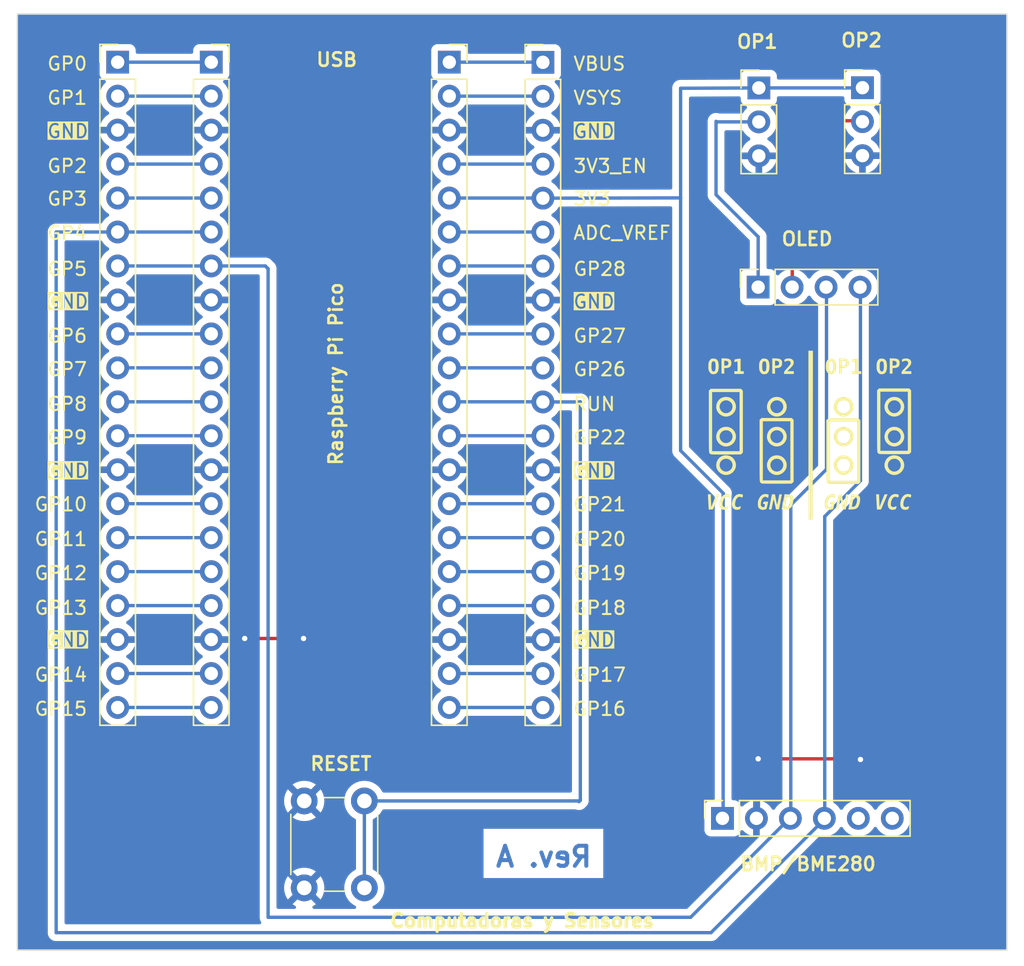
<source format=kicad_pcb>
(kicad_pcb (version 20221018) (generator pcbnew)
  (title_block (title "Pico Carrier BMP/BME280 OLED") (date "2023-06-06") (rev "A") (company "Computadoras y Sensores"))
  (layers (0 "F.Cu" signal) (31 "B.Cu" signal) (34 "B.Paste" user) (35 "F.Paste" user) (36 "B.SilkS" user "B.Silkscreen") (37 "F.SilkS" user "F.Silkscreen") (38 "B.Mask" user) (39 "F.Mask" user) (44 "Edge.Cuts" user))
  (net 0 "")
  (net 1 "Net-(J1-Pin_1)")
  (net 2 "Net-(J1-Pin_2)")
  (net 3 "GND")
  (net 4 "Net-(J1-Pin_4)")
  (net 5 "Net-(J1-Pin_5)")
  (net 6 "/SDA")
  (net 7 "/SCL")
  (net 8 "Net-(J1-Pin_9)")
  (net 9 "Net-(J1-Pin_10)")
  (net 10 "Net-(J1-Pin_11)")
  (net 11 "Net-(J1-Pin_12)")
  (net 12 "Net-(J1-Pin_14)")
  (net 13 "Net-(J1-Pin_15)")
  (net 14 "Net-(J1-Pin_16)")
  (net 15 "Net-(J1-Pin_17)")
  (net 16 "Net-(J1-Pin_19)")
  (net 17 "Net-(J1-Pin_20)")
  (net 18 "Net-(J2-Pin_1)")
  (net 19 "Net-(J2-Pin_2)")
  (net 20 "Net-(J2-Pin_4)")
  (net 21 "/3V3")
  (net 22 "Net-(J2-Pin_6)")
  (net 23 "Net-(J2-Pin_7)")
  (net 24 "Net-(J2-Pin_9)")
  (net 25 "Net-(J2-Pin_10)")
  (net 26 "/RUN")
  (net 27 "Net-(J2-Pin_12)")
  (net 28 "Net-(J2-Pin_14)")
  (net 29 "Net-(J2-Pin_15)")
  (net 30 "Net-(J2-Pin_16)")
  (net 31 "Net-(J2-Pin_17)")
  (net 32 "Net-(J2-Pin_19)")
  (net 33 "Net-(J2-Pin_20)")
  (net 34 "Net-(J3-Pin_1)")
  (net 35 "Net-(J3-Pin_2)")
  (footprint "Graficos:jumpers_oled" (layer "F.Cu") (at 167.5 74.9)
    (fp_text reference "G***" hide)
    (fp_text value "LOGO" hide)
  )
  (footprint "Connector_PinSocket_2.54mm:PinSocket_1x20_P2.54mm_Vertical" (layer "F.Cu") (at 122.4 46.2)
    (fp_text reference "J1" hide)
    (fp_text value "Pico1-2")
    (pad "1" thru_hole rect (at 0 0) (size 1.7 1.7) (drill 1) (layers "*.Cu" "*.Mask") (net 1 "Net-(J1-Pin_1)"))
    (pad "2" thru_hole oval (at 0 2.54) (size 1.7 1.7) (drill 1) (layers "*.Cu" "*.Mask") (net 2 "Net-(J1-Pin_2)"))
    (pad "3" thru_hole oval (at 0 5.08) (size 1.7 1.7) (drill 1) (layers "*.Cu" "*.Mask") (net 3 "GND"))
    (pad "4" thru_hole oval (at 0 7.62) (size 1.7 1.7) (drill 1) (layers "*.Cu" "*.Mask") (net 4 "Net-(J1-Pin_4)"))
    (pad "5" thru_hole oval (at 0 10.16) (size 1.7 1.7) (drill 1) (layers "*.Cu" "*.Mask") (net 5 "Net-(J1-Pin_5)"))
    (pad "6" thru_hole oval (at 0 12.7) (size 1.7 1.7) (drill 1) (layers "*.Cu" "*.Mask") (net 6 "/SDA"))
    (pad "7" thru_hole oval (at 0 15.24) (size 1.7 1.7) (drill 1) (layers "*.Cu" "*.Mask") (net 7 "/SCL"))
    (pad "8" thru_hole oval (at 0 17.78) (size 1.7 1.7) (drill 1) (layers "*.Cu" "*.Mask") (net 3 "GND"))
    (pad "9" thru_hole oval (at 0 20.32) (size 1.7 1.7) (drill 1) (layers "*.Cu" "*.Mask") (net 8 "Net-(J1-Pin_9)"))
    (pad "10" thru_hole oval (at 0 22.86) (size 1.7 1.7) (drill 1) (layers "*.Cu" "*.Mask") (net 9 "Net-(J1-Pin_10)"))
    (pad "11" thru_hole oval (at 0 25.4) (size 1.7 1.7) (drill 1) (layers "*.Cu" "*.Mask") (net 10 "Net-(J1-Pin_11)"))
    (pad "12" thru_hole oval (at 0 27.94) (size 1.7 1.7) (drill 1) (layers "*.Cu" "*.Mask") (net 11 "Net-(J1-Pin_12)"))
    (pad "13" thru_hole oval (at 0 30.48) (size 1.7 1.7) (drill 1) (layers "*.Cu" "*.Mask") (net 3 "GND"))
    (pad "14" thru_hole oval (at 0 33.02) (size 1.7 1.7) (drill 1) (layers "*.Cu" "*.Mask") (net 12 "Net-(J1-Pin_14)"))
    (pad "15" thru_hole oval (at 0 35.56) (size 1.7 1.7) (drill 1) (layers "*.Cu" "*.Mask") (net 13 "Net-(J1-Pin_15)"))
    (pad "16" thru_hole oval (at 0 38.1) (size 1.7 1.7) (drill 1) (layers "*.Cu" "*.Mask") (net 14 "Net-(J1-Pin_16)"))
    (pad "17" thru_hole oval (at 0 40.64) (size 1.7 1.7) (drill 1) (layers "*.Cu" "*.Mask") (net 15 "Net-(J1-Pin_17)"))
    (pad "18" thru_hole oval (at 0 43.18) (size 1.7 1.7) (drill 1) (layers "*.Cu" "*.Mask") (net 3 "GND"))
    (pad "19" thru_hole oval (at 0 45.72) (size 1.7 1.7) (drill 1) (layers "*.Cu" "*.Mask") (net 16 "Net-(J1-Pin_19)"))
    (pad "20" thru_hole oval (at 0 48.26) (size 1.7 1.7) (drill 1) (layers "*.Cu" "*.Mask") (net 17 "Net-(J1-Pin_20)"))
  )
  (footprint "Connector_PinSocket_2.54mm:PinSocket_1x06_P2.54mm_Vertical" (layer "F.Cu") (at 160.63 102.75 90)
    (fp_text reference "J6" hide)
    (fp_text value "BMP-BME280")
    (pad "1" thru_hole rect (at 0 0 90) (size 1.7 1.7) (drill 1) (layers "*.Cu" "*.Mask") (net 21 "/3V3"))
    (pad "2" thru_hole oval (at 0 2.54 90) (size 1.7 1.7) (drill 1) (layers "*.Cu" "*.Mask") (net 3 "GND"))
    (pad "3" thru_hole oval (at 0 5.08 90) (size 1.7 1.7) (drill 1) (layers "*.Cu" "*.Mask") (net 7 "/SCL"))
    (pad "4" thru_hole oval (at 0 7.62 90) (size 1.7 1.7) (drill 1) (layers "*.Cu" "*.Mask") (net 6 "/SDA"))
    (pad "5" thru_hole oval (at 0 10.16 90) (size 1.7 1.7) (drill 1) (layers "*.Cu" "*.Mask"))
    (pad "6" thru_hole oval (at 0 12.7 90) (size 1.7 1.7) (drill 1) (layers "*.Cu" "*.Mask"))
  )
  (footprint "Connector_PinHeader_2.54mm:PinHeader_1x03_P2.54mm_Vertical" (layer "F.Cu") (at 171.1 48.11)
    (fp_text reference "J5" hide)
    (fp_text value "OP2")
    (pad "1" thru_hole rect (at 0 0) (size 1.7 1.7) (drill 1) (layers "*.Cu" "*.Mask") (net 21 "/3V3"))
    (pad "2" thru_hole oval (at 0 2.54) (size 1.7 1.7) (drill 1) (layers "*.Cu" "*.Mask") (net 35 "Net-(J3-Pin_2)"))
    (pad "3" thru_hole oval (at 0 5.08) (size 1.7 1.7) (drill 1) (layers "*.Cu" "*.Mask") (net 3 "GND"))
  )
  (footprint "Connector_PinHeader_2.54mm:PinHeader_1x20_P2.54mm_Vertical" (layer "F.Cu") (at 115.4 46.2)
    (fp_text reference "J7" hide)
    (fp_text value "PicoHeader1")
    (pad "1" thru_hole rect (at 0 0) (size 1.7 1.7) (drill 1) (layers "*.Cu" "*.Mask") (net 1 "Net-(J1-Pin_1)"))
    (pad "2" thru_hole oval (at 0 2.54) (size 1.7 1.7) (drill 1) (layers "*.Cu" "*.Mask") (net 2 "Net-(J1-Pin_2)"))
    (pad "3" thru_hole oval (at 0 5.08) (size 1.7 1.7) (drill 1) (layers "*.Cu" "*.Mask") (net 3 "GND"))
    (pad "4" thru_hole oval (at 0 7.62) (size 1.7 1.7) (drill 1) (layers "*.Cu" "*.Mask") (net 4 "Net-(J1-Pin_4)"))
    (pad "5" thru_hole oval (at 0 10.16) (size 1.7 1.7) (drill 1) (layers "*.Cu" "*.Mask") (net 5 "Net-(J1-Pin_5)"))
    (pad "6" thru_hole oval (at 0 12.7) (size 1.7 1.7) (drill 1) (layers "*.Cu" "*.Mask") (net 6 "/SDA"))
    (pad "7" thru_hole oval (at 0 15.24) (size 1.7 1.7) (drill 1) (layers "*.Cu" "*.Mask") (net 7 "/SCL"))
    (pad "8" thru_hole oval (at 0 17.78) (size 1.7 1.7) (drill 1) (layers "*.Cu" "*.Mask") (net 3 "GND"))
    (pad "9" thru_hole oval (at 0 20.32) (size 1.7 1.7) (drill 1) (layers "*.Cu" "*.Mask") (net 8 "Net-(J1-Pin_9)"))
    (pad "10" thru_hole oval (at 0 22.86) (size 1.7 1.7) (drill 1) (layers "*.Cu" "*.Mask") (net 9 "Net-(J1-Pin_10)"))
    (pad "11" thru_hole oval (at 0 25.4) (size 1.7 1.7) (drill 1) (layers "*.Cu" "*.Mask") (net 10 "Net-(J1-Pin_11)"))
    (pad "12" thru_hole oval (at 0 27.94) (size 1.7 1.7) (drill 1) (layers "*.Cu" "*.Mask") (net 11 "Net-(J1-Pin_12)"))
    (pad "13" thru_hole oval (at 0 30.48) (size 1.7 1.7) (drill 1) (layers "*.Cu" "*.Mask") (net 3 "GND"))
    (pad "14" thru_hole oval (at 0 33.02) (size 1.7 1.7) (drill 1) (layers "*.Cu" "*.Mask") (net 12 "Net-(J1-Pin_14)"))
    (pad "15" thru_hole oval (at 0 35.56) (size 1.7 1.7) (drill 1) (layers "*.Cu" "*.Mask") (net 13 "Net-(J1-Pin_15)"))
    (pad "16" thru_hole oval (at 0 38.1) (size 1.7 1.7) (drill 1) (layers "*.Cu" "*.Mask") (net 14 "Net-(J1-Pin_16)"))
    (pad "17" thru_hole oval (at 0 40.64) (size 1.7 1.7) (drill 1) (layers "*.Cu" "*.Mask") (net 15 "Net-(J1-Pin_17)"))
    (pad "18" thru_hole oval (at 0 43.18) (size 1.7 1.7) (drill 1) (layers "*.Cu" "*.Mask") (net 3 "GND"))
    (pad "19" thru_hole oval (at 0 45.72) (size 1.7 1.7) (drill 1) (layers "*.Cu" "*.Mask") (net 16 "Net-(J1-Pin_19)"))
    (pad "20" thru_hole oval (at 0 48.26) (size 1.7 1.7) (drill 1) (layers "*.Cu" "*.Mask") (net 17 "Net-(J1-Pin_20)"))
  )
  (footprint "Connector_PinHeader_2.54mm:PinHeader_1x03_P2.54mm_Vertical" (layer "F.Cu") (at 163.35 48.125)
    (fp_text reference "J4" hide)
    (fp_text value "OP1")
    (pad "1" thru_hole rect (at 0 0) (size 1.7 1.7) (drill 1) (layers "*.Cu" "*.Mask") (net 21 "/3V3"))
    (pad "2" thru_hole oval (at 0 2.54) (size 1.7 1.7) (drill 1) (layers "*.Cu" "*.Mask") (net 34 "Net-(J3-Pin_1)"))
    (pad "3" thru_hole oval (at 0 5.08) (size 1.7 1.7) (drill 1) (layers "*.Cu" "*.Mask") (net 3 "GND"))
  )
  (footprint "Connector_PinHeader_2.54mm:PinHeader_1x20_P2.54mm_Vertical" (layer "F.Cu") (at 147.2 46.21)
    (fp_text reference "J8" hide)
    (fp_text value "PicoHeader2")
    (pad "1" thru_hole rect (at 0 0) (size 1.7 1.7) (drill 1) (layers "*.Cu" "*.Mask") (net 18 "Net-(J2-Pin_1)"))
    (pad "2" thru_hole oval (at 0 2.54) (size 1.7 1.7) (drill 1) (layers "*.Cu" "*.Mask") (net 19 "Net-(J2-Pin_2)"))
    (pad "3" thru_hole oval (at 0 5.08) (size 1.7 1.7) (drill 1) (layers "*.Cu" "*.Mask") (net 3 "GND"))
    (pad "4" thru_hole oval (at 0 7.62) (size 1.7 1.7) (drill 1) (layers "*.Cu" "*.Mask") (net 20 "Net-(J2-Pin_4)"))
    (pad "5" thru_hole oval (at 0 10.16) (size 1.7 1.7) (drill 1) (layers "*.Cu" "*.Mask") (net 21 "/3V3"))
    (pad "6" thru_hole oval (at 0 12.7) (size 1.7 1.7) (drill 1) (layers "*.Cu" "*.Mask") (net 22 "Net-(J2-Pin_6)"))
    (pad "7" thru_hole oval (at 0 15.24) (size 1.7 1.7) (drill 1) (layers "*.Cu" "*.Mask") (net 23 "Net-(J2-Pin_7)"))
    (pad "8" thru_hole oval (at 0 17.78) (size 1.7 1.7) (drill 1) (layers "*.Cu" "*.Mask") (net 3 "GND"))
    (pad "9" thru_hole oval (at 0 20.32) (size 1.7 1.7) (drill 1) (layers "*.Cu" "*.Mask") (net 24 "Net-(J2-Pin_9)"))
    (pad "10" thru_hole oval (at 0 22.86) (size 1.7 1.7) (drill 1) (layers "*.Cu" "*.Mask") (net 25 "Net-(J2-Pin_10)"))
    (pad "11" thru_hole oval (at 0 25.4) (size 1.7 1.7) (drill 1) (layers "*.Cu" "*.Mask") (net 26 "/RUN"))
    (pad "12" thru_hole oval (at 0 27.94) (size 1.7 1.7) (drill 1) (layers "*.Cu" "*.Mask") (net 27 "Net-(J2-Pin_12)"))
    (pad "13" thru_hole oval (at 0 30.48) (size 1.7 1.7) (drill 1) (layers "*.Cu" "*.Mask") (net 3 "GND"))
    (pad "14" thru_hole oval (at 0 33.02) (size 1.7 1.7) (drill 1) (layers "*.Cu" "*.Mask") (net 28 "Net-(J2-Pin_14)"))
    (pad "15" thru_hole oval (at 0 35.56) (size 1.7 1.7) (drill 1) (layers "*.Cu" "*.Mask") (net 29 "Net-(J2-Pin_15)"))
    (pad "16" thru_hole oval (at 0 38.1) (size 1.7 1.7) (drill 1) (layers "*.Cu" "*.Mask") (net 30 "Net-(J2-Pin_16)"))
    (pad "17" thru_hole oval (at 0 40.64) (size 1.7 1.7) (drill 1) (layers "*.Cu" "*.Mask") (net 31 "Net-(J2-Pin_17)"))
    (pad "18" thru_hole oval (at 0 43.18) (size 1.7 1.7) (drill 1) (layers "*.Cu" "*.Mask") (net 3 "GND"))
    (pad "19" thru_hole oval (at 0 45.72) (size 1.7 1.7) (drill 1) (layers "*.Cu" "*.Mask") (net 32 "Net-(J2-Pin_19)"))
    (pad "20" thru_hole oval (at 0 48.26) (size 1.7 1.7) (drill 1) (layers "*.Cu" "*.Mask") (net 33 "Net-(J2-Pin_20)"))
  )
  (footprint "Button_Switch_THT:SW_PUSH_6mm" (layer "F.Cu") (at 133.85 101.45 -90)
    (fp_text reference "SW1" hide)
    (fp_text value "RESET")
    (pad "1" thru_hole circle (at 0 0) (size 2 2) (drill 1.1) (layers "*.Cu" "*.Mask") (net 26 "/RUN"))
    (pad "1" thru_hole circle (at 6.5 0) (size 2 2) (drill 1.1) (layers "*.Cu" "*.Mask") (net 26 "/RUN"))
    (pad "2" thru_hole circle (at 0 4.5) (size 2 2) (drill 1.1) (layers "*.Cu" "*.Mask") (net 3 "GND"))
    (pad "2" thru_hole circle (at 6.5 4.5) (size 2 2) (drill 1.1) (layers "*.Cu" "*.Mask") (net 3 "GND"))
  )
  (footprint "Connector_PinSocket_2.54mm:PinSocket_1x20_P2.54mm_Vertical" (layer "F.Cu") (at 140.2 46.2)
    (fp_text reference "J2" hide)
    (fp_text value "Pico2-2")
    (pad "1" thru_hole rect (at 0 0) (size 1.7 1.7) (drill 1) (layers "*.Cu" "*.Mask") (net 18 "Net-(J2-Pin_1)"))
    (pad "2" thru_hole oval (at 0 2.54) (size 1.7 1.7) (drill 1) (layers "*.Cu" "*.Mask") (net 19 "Net-(J2-Pin_2)"))
    (pad "3" thru_hole oval (at 0 5.08) (size 1.7 1.7) (drill 1) (layers "*.Cu" "*.Mask") (net 3 "GND"))
    (pad "4" thru_hole oval (at 0 7.62) (size 1.7 1.7) (drill 1) (layers "*.Cu" "*.Mask") (net 20 "Net-(J2-Pin_4)"))
    (pad "5" thru_hole oval (at 0 10.16) (size 1.7 1.7) (drill 1) (layers "*.Cu" "*.Mask") (net 21 "/3V3"))
    (pad "6" thru_hole oval (at 0 12.7) (size 1.7 1.7) (drill 1) (layers "*.Cu" "*.Mask") (net 22 "Net-(J2-Pin_6)"))
    (pad "7" thru_hole oval (at 0 15.24) (size 1.7 1.7) (drill 1) (layers "*.Cu" "*.Mask") (net 23 "Net-(J2-Pin_7)"))
    (pad "8" thru_hole oval (at 0 17.78) (size 1.7 1.7) (drill 1) (layers "*.Cu" "*.Mask") (net 3 "GND"))
    (pad "9" thru_hole oval (at 0 20.32) (size 1.7 1.7) (drill 1) (layers "*.Cu" "*.Mask") (net 24 "Net-(J2-Pin_9)"))
    (pad "10" thru_hole oval (at 0 22.86) (size 1.7 1.7) (drill 1) (layers "*.Cu" "*.Mask") (net 25 "Net-(J2-Pin_10)"))
    (pad "11" thru_hole oval (at 0 25.4) (size 1.7 1.7) (drill 1) (layers "*.Cu" "*.Mask") (net 26 "/RUN"))
    (pad "12" thru_hole oval (at 0 27.94) (size 1.7 1.7) (drill 1) (layers "*.Cu" "*.Mask") (net 27 "Net-(J2-Pin_12)"))
    (pad "13" thru_hole oval (at 0 30.48) (size 1.7 1.7) (drill 1) (layers "*.Cu" "*.Mask") (net 3 "GND"))
    (pad "14" thru_hole oval (at 0 33.02) (size 1.7 1.7) (drill 1) (layers "*.Cu" "*.Mask") (net 28 "Net-(J2-Pin_14)"))
    (pad "15" thru_hole oval (at 0 35.56) (size 1.7 1.7) (drill 1) (layers "*.Cu" "*.Mask") (net 29 "Net-(J2-Pin_15)"))
    (pad "16" thru_hole oval (at 0 38.1) (size 1.7 1.7) (drill 1) (layers "*.Cu" "*.Mask") (net 30 "Net-(J2-Pin_16)"))
    (pad "17" thru_hole oval (at 0 40.64) (size 1.7 1.7) (drill 1) (layers "*.Cu" "*.Mask") (net 31 "Net-(J2-Pin_17)"))
    (pad "18" thru_hole oval (at 0 43.18) (size 1.7 1.7) (drill 1) (layers "*.Cu" "*.Mask") (net 3 "GND"))
    (pad "19" thru_hole oval (at 0 45.72) (size 1.7 1.7) (drill 1) (layers "*.Cu" "*.Mask") (net 32 "Net-(J2-Pin_19)"))
    (pad "20" thru_hole oval (at 0 48.26) (size 1.7 1.7) (drill 1) (layers "*.Cu" "*.Mask") (net 33 "Net-(J2-Pin_20)"))
  )
  (footprint "Connector_PinSocket_2.54mm:PinSocket_1x04_P2.54mm_Vertical" (layer "F.Cu") (at 163.3 63.025 90)
    (fp_text reference "J3" hide)
    (fp_text value "OLED")
    (pad "1" thru_hole rect (at 0 0 90) (size 1.7 1.7) (drill 1) (layers "*.Cu" "*.Mask") (net 34 "Net-(J3-Pin_1)"))
    (pad "2" thru_hole oval (at 0 2.54 90) (size 1.7 1.7) (drill 1) (layers "*.Cu" "*.Mask") (net 35 "Net-(J3-Pin_2)"))
    (pad "3" thru_hole oval (at 0 5.08 90) (size 1.7 1.7) (drill 1) (layers "*.Cu" "*.Mask") (net 7 "/SCL"))
    (pad "4" thru_hole oval (at 0 7.62 90) (size 1.7 1.7) (drill 1) (layers "*.Cu" "*.Mask") (net 6 "/SDA"))
  )
  (gr_rect (start 107.9 42.6) (end 181.9 112.6) (stroke (width 0.1)) (fill none) (layer "Edge.Cuts"))
  (gr_text "Rev. A" (at 151 106.5) (layer "B.Cu") (effects (font (size 1.5 1.5) (thickness 0.3) bold) (justify left bottom mirror)))
  (gr_text "GP4" (at 110.05 59.55) (layer "F.SilkS") (effects (font (size 1 1)) (justify left bottom)))
  (gr_text "USB" (at 130.15 46.6) (layer "F.SilkS") (effects (font (size 1 1) (thickness 0.2) bold) (justify left bottom)))
  (gr_text "3V3_EN" (at 149.4 54.55) (layer "F.SilkS") (effects (font (size 1 1)) (justify left bottom)))
  (gr_text "GP8" (at 110.05 72.35) (layer "F.SilkS") (effects (font (size 1 1)) (justify left bottom)))
  (gr_text "VSYS" (at 149.4 49.45) (layer "F.SilkS") (effects (font (size 1 1)) (justify left bottom)))
  (gr_text "3V3" (at 149.4 57) (layer "F.SilkS") (effects (font (size 1 1)) (justify left bottom)))
  (gr_text "GND" (at 110.05 90) (layer "F.SilkS" knockout) (effects (font (size 1 1)) (justify left bottom)))
  (gr_text "GND" (at 149.4 64.7) (layer "F.SilkS" knockout) (effects (font (size 1 1)) (justify left bottom)))
  (gr_text "GP19" (at 149.4 85) (layer "F.SilkS") (effects (font (size 1 1)) (justify left bottom)))
  (gr_text "BMP/BME280" (at 161.85 106.75) (layer "F.SilkS") (effects (font (size 1 1) (thickness 0.2) bold) (justify left bottom)))
  (gr_text "GP14" (at 109.1 92.6) (layer "F.SilkS") (effects (font (size 1 1)) (justify left bottom)))
  (gr_text "GP28" (at 149.4 62.25) (layer "F.SilkS") (effects (font (size 1 1)) (justify left bottom)))
  (gr_text "ADC_VREF" (at 149.4 59.55) (layer "F.SilkS") (effects (font (size 1 1)) (justify left bottom)))
  (gr_text "Raspberry Pi Pico" (at 132.3 76.45 90) (layer "F.SilkS") (effects (font (size 1 1) (thickness 0.2) bold) (justify left bottom)))
  (gr_text "GP12" (at 109.1 85) (layer "F.SilkS") (effects (font (size 1 1)) (justify left bottom)))
  (gr_text "GP6" (at 110.05 67.25) (layer "F.SilkS") (effects (font (size 1 1)) (justify left bottom)))
  (gr_text "GP20" (at 149.4 82.45) (layer "F.SilkS") (effects (font (size 1 1)) (justify left bottom)))
  (gr_text "OP2" (at 169.4 45.15) (layer "F.SilkS") (effects (font (size 1 1) (thickness 0.2) bold) (justify left bottom)))
  (gr_text "GP10" (at 109.1 79.85) (layer "F.SilkS") (effects (font (size 1 1)) (justify left bottom)))
  (gr_text "GP15" (at 109.1 95.15) (layer "F.SilkS") (effects (font (size 1 1)) (justify left bottom)))
  (gr_text "GP7" (at 110.05 69.75) (layer "F.SilkS") (effects (font (size 1 1)) (justify left bottom)))
  (gr_text "GP13" (at 109.1 87.6) (layer "F.SilkS") (effects (font (size 1 1)) (justify left bottom)))
  (gr_text "GP3" (at 110.05 57) (layer "F.SilkS") (effects (font (size 1 1)) (justify left bottom)))
  (gr_text "GP16" (at 149.4 95.15) (layer "F.SilkS") (effects (font (size 1 1)) (justify left bottom)))
  (gr_text "OLED" (at 164.95 60) (layer "F.SilkS") (effects (font (size 1 1) (thickness 0.2) bold) (justify left bottom)))
  (gr_text "RESET" (at 129.7 99.25) (layer "F.SilkS") (effects (font (size 1 1) (thickness 0.2) bold) (justify left bottom)))
  (gr_text "GP17" (at 149.4 92.6) (layer "F.SilkS") (effects (font (size 1 1)) (justify left bottom)))
  (gr_text "GP26" (at 149.4 69.75) (layer "F.SilkS") (effects (font (size 1 1)) (justify left bottom)))
  (gr_text "GND" (at 149.4 90) (layer "F.SilkS" knockout) (effects (font (size 1 1)) (justify left bottom)))
  (gr_text "GND" (at 149.4 77.35) (layer "F.SilkS" knockout) (effects (font (size 1 1)) (justify left bottom)))
  (gr_text "GP27" (at 149.4 67.25) (layer "F.SilkS") (effects (font (size 1 1)) (justify left bottom)))
  (gr_text "GND" (at 110.05 64.7) (layer "F.SilkS" knockout) (effects (font (size 1 1)) (justify left bottom)))
  (gr_text "GND" (at 110.05 77.35) (layer "F.SilkS" knockout) (effects (font (size 1 1)) (justify left bottom)))
  (gr_text "VBUS" (at 149.4 46.9) (layer "F.SilkS") (effects (font (size 1 1)) (justify left bottom)))
  (gr_text "GND" (at 110.05 51.95) (layer "F.SilkS" knockout) (effects (font (size 1 1)) (justify left bottom)))
  (gr_text "GP2" (at 110.05 54.55) (layer "F.SilkS") (effects (font (size 1 1)) (justify left bottom)))
  (gr_text "GP11" (at 109.1 82.45) (layer "F.SilkS") (effects (font (size 1 1)) (justify left bottom)))
  (gr_text "GP9" (at 110.05 74.85) (layer "F.SilkS") (effects (font (size 1 1)) (justify left bottom)))
  (gr_text "GND" (at 149.4 51.95) (layer "F.SilkS" knockout) (effects (font (size 1 1)) (justify left bottom)))
  (gr_text "OP1" (at 161.6 45.25) (layer "F.SilkS") (effects (font (size 1 1) (thickness 0.2) bold) (justify left bottom)))
  (gr_text "GP5" (at 110.05 62.25) (layer "F.SilkS") (effects (font (size 1 1)) (justify left bottom)))
  (gr_text "GP0" (at 110.05 46.9) (layer "F.SilkS") (effects (font (size 1 1)) (justify left bottom)))
  (gr_text "Computadoras y Sensores" (at 135.65 111) (layer "F.SilkS") (effects (font (size 1 1) (thickness 0.25) bold) (justify left bottom)))
  (gr_text "GP22" (at 149.4 74.85) (layer "F.SilkS") (effects (font (size 1 1)) (justify left bottom)))
  (gr_text "GP18" (at 149.4 87.6) (layer "F.SilkS") (effects (font (size 1 1)) (justify left bottom)))
  (gr_text "GP21" (at 149.4 79.85) (layer "F.SilkS") (effects (font (size 1 1)) (justify left bottom)))
  (gr_text "RUN" (at 149.4 72.35) (layer "F.SilkS") (effects (font (size 1 1)) (justify left bottom)))
  (gr_text "GP1" (at 110.05 49.45) (layer "F.SilkS") (effects (font (size 1 1)) (justify left bottom)))
  (segment (start 122.4 46.2) (end 115.4 46.2) (width 0.25) (layer "B.Cu") (net 1))
  (segment (start 122.4 48.74) (end 115.4 48.74) (width 0.25) (layer "B.Cu") (net 2))
  (segment (start 124.9 89.3) (end 129.3 89.3) (width 0.25) (layer "F.Cu") (net 3))
  (segment (start 163.3 98.3) (end 170.9 98.3) (width 0.25) (layer "F.Cu") (net 3))
  (via (at 163.3 98.3) (size 0.8) (drill 0.4) (layers "F.Cu" "B.Cu") (net 3))
  (via (at 170.95 98.35) (size 0.8) (drill 0.4) (layers "F.Cu" "B.Cu") (net 3))
  (via (at 129.3 89.3) (size 0.8) (drill 0.4) (layers "F.Cu" "B.Cu") (net 3))
  (via (at 124.9 89.3) (size 0.8) (drill 0.4) (layers "F.Cu" "B.Cu") (net 3))
  (segment (start 147.19 63.98) (end 147.2 63.99) (width 0.25) (layer "B.Cu") (net 3))
  (segment (start 147.19 76.68) (end 147.2 76.69) (width 0.25) (layer "B.Cu") (net 3))
  (segment (start 140.2 51.28) (end 147.19 51.28) (width 0.25) (layer "B.Cu") (net 3))
  (segment (start 140.2 76.68) (end 147.19 76.68) (width 0.25) (layer "B.Cu") (net 3))
  (segment (start 122.4 76.68) (end 115.4 76.68) (width 0.25) (layer "B.Cu") (net 3))
  (segment (start 140.2 63.98) (end 147.19 63.98) (width 0.25) (layer "B.Cu") (net 3))
  (segment (start 122.4 89.38) (end 124.82 89.38) (width 0.25) (layer "B.Cu") (net 3))
  (segment (start 122.4 51.28) (end 115.4 51.28) (width 0.25) (layer "B.Cu") (net 3))
  (segment (start 163.32 102.7) (end 163.32 98.32) (width 0.25) (layer "B.Cu") (net 3))
  (segment (start 122.4 63.98) (end 115.4 63.98) (width 0.25) (layer "B.Cu") (net 3))
  (segment (start 124.82 89.38) (end 124.9 89.3) (width 0.25) (layer "B.Cu") (net 3))
  (segment (start 140.2 89.38) (end 147.19 89.38) (width 0.25) (layer "B.Cu") (net 3))
  (segment (start 122.4 89.38) (end 115.4 89.38) (width 0.25) (layer "B.Cu") (net 3))
  (segment (start 147.19 51.28) (end 147.2 51.29) (width 0.25) (layer "B.Cu") (net 3))
  (segment (start 147.19 89.38) (end 147.2 89.39) (width 0.25) (layer "B.Cu") (net 3))
  (segment (start 122.4 53.82) (end 115.4 53.82) (width 0.25) (layer "B.Cu") (net 4))
  (segment (start 122.4 56.36) (end 115.4 56.36) (width 0.25) (layer "B.Cu") (net 5))
  (segment (start 168.325 102.75) (end 159.775 111.3) (width 0.25) (layer "B.Cu") (net 6))
  (segment (start 170.95 62.9975) (end 170.95 77.5025) (width 0.25) (layer "B.Cu") (net 6))
  (segment (start 110.8 58.9) (end 115.4 58.9) (width 0.25) (layer "B.Cu") (net 6))
  (segment (start 170.95 77.5025) (end 168.28 80.1725) (width 0.25) (layer "B.Cu") (net 6))
  (segment (start 168.28 80.1725) (end 168.28 102.7225) (width 0.25) (layer "B.Cu") (net 6))
  (segment (start 159.775 111.3) (end 110.8 111.3) (width 0.25) (layer "B.Cu") (net 6))
  (segment (start 122.4 58.9) (end 115.4 58.9) (width 0.25) (layer "B.Cu") (net 6))
  (segment (start 110.8 111.3) (end 110.8 58.9) (width 0.25) (layer "B.Cu") (net 6))
  (segment (start 158.25 110.15) (end 126.65 110.15) (width 0.25) (layer "B.Cu") (net 7))
  (segment (start 168.41 76.6425) (end 165.74 79.3125) (width 0.25) (layer "B.Cu") (net 7))
  (segment (start 165.65 102.75) (end 158.25 110.15) (width 0.25) (layer "B.Cu") (net 7))
  (segment (start 165.74 79.3125) (end 165.74 102.7225) (width 0.25) (layer "B.Cu") (net 7))
  (segment (start 126.65 110.15) (end 126.65 61.65) (width 0.25) (layer "B.Cu") (net 7))
  (segment (start 126.44 61.44) (end 122.4 61.44) (width 0.25) (layer "B.Cu") (net 7))
  (segment (start 122.4 61.44) (end 115.4 61.44) (width 0.25) (layer "B.Cu") (net 7))
  (segment (start 168.41 62.9975) (end 168.41 76.6425) (width 0.25) (layer "B.Cu") (net 7))
  (segment (start 126.65 61.65) (end 126.44 61.44) (width 0.25) (layer "B.Cu") (net 7))
  (segment (start 122.4 66.52) (end 115.4 66.52) (width 0.25) (layer "B.Cu") (net 8))
  (segment (start 122.4 69.06) (end 115.4 69.06) (width 0.25) (layer "B.Cu") (net 9))
  (segment (start 122.4 71.6) (end 115.4 71.6) (width 0.25) (layer "B.Cu") (net 10))
  (segment (start 122.4 74.14) (end 115.4 74.14) (width 0.25) (layer "B.Cu") (net 11))
  (segment (start 122.4 79.22) (end 115.4 79.22) (width 0.25) (layer "B.Cu") (net 12))
  (segment (start 122.4 81.76) (end 115.4 81.76) (width 0.25) (layer "B.Cu") (net 13))
  (segment (start 122.4 84.3) (end 115.4 84.3) (width 0.25) (layer "B.Cu") (net 14))
  (segment (start 122.4 86.84) (end 115.4 86.84) (width 0.25) (layer "B.Cu") (net 15))
  (segment (start 122.4 91.92) (end 115.4 91.92) (width 0.25) (layer "B.Cu") (net 16))
  (segment (start 122.4 94.46) (end 115.4 94.46) (width 0.25) (layer "B.Cu") (net 17))
  (segment (start 140.2 46.2) (end 147.19 46.2) (width 0.25) (layer "B.Cu") (net 18))
  (segment (start 147.19 46.2) (end 147.2 46.21) (width 0.25) (layer "B.Cu") (net 18))
  (segment (start 140.2 48.74) (end 147.19 48.74) (width 0.25) (layer "B.Cu") (net 19))
  (segment (start 147.19 48.74) (end 147.2 48.75) (width 0.25) (layer "B.Cu") (net 19))
  (segment (start 140.2 53.82) (end 147.19 53.82) (width 0.25) (layer "B.Cu") (net 20))
  (segment (start 147.19 53.82) (end 147.2 53.83) (width 0.25) (layer "B.Cu") (net 20))
  (segment (start 140.2 56.36) (end 147.19 56.36) (width 0.25) (layer "B.Cu") (net 21))
  (segment (start 163.35 48.125) (end 157.5 48.15) (width 0.25) (layer "B.Cu") (net 21))
  (segment (start 157.5 75.25) (end 160.7 78.45) (width 0.25) (layer "B.Cu") (net 21))
  (segment (start 147.19 56.36) (end 147.2 56.37) (width 0.25) (layer "B.Cu") (net 21))
  (segment (start 160.68 78.47) (end 160.68 102.75) (width 0.25) (layer "B.Cu") (net 21))
  (segment (start 163.35 48.125) (end 171.085 48.125) (width 0.25) (layer "B.Cu") (net 21))
  (segment (start 157.5 48.15) (end 157.5 56.35) (width 0.25) (layer "B.Cu") (net 21))
  (segment (start 171.085 48.125) (end 171.1 48.11) (width 0.25) (layer "B.Cu") (net 21))
  (segment (start 157.5 56.35) (end 147.2 56.37) (width 0.25) (layer "B.Cu") (net 21))
  (segment (start 157.5 56.35) (end 157.5 75.25) (width 0.25) (layer "B.Cu") (net 21))
  (segment (start 140.2 58.9) (end 147.19 58.9) (width 0.25) (layer "B.Cu") (net 22))
  (segment (start 147.19 58.9) (end 147.2 58.91) (width 0.25) (layer "B.Cu") (net 22))
  (segment (start 147.19 61.44) (end 147.2 61.45) (width 0.25) (layer "B.Cu") (net 23))
  (segment (start 140.2 61.44) (end 147.19 61.44) (width 0.25) (layer "B.Cu") (net 23))
  (segment (start 147.19 66.52) (end 147.2 66.53) (width 0.25) (layer "B.Cu") (net 24))
  (segment (start 140.2 66.52) (end 147.19 66.52) (width 0.25) (layer "B.Cu") (net 24))
  (segment (start 147.19 69.06) (end 147.2 69.07) (width 0.25) (layer "B.Cu") (net 25))
  (segment (start 140.2 69.06) (end 147.19 69.06) (width 0.25) (layer "B.Cu") (net 25))
  (segment (start 147.19 71.6) (end 147.2 71.61) (width 0.25) (layer "B.Cu") (net 26))
  (segment (start 140.2 71.6) (end 147.19 71.6) (width 0.25) (layer "B.Cu") (net 26))
  (segment (start 147.2 71.61) (end 149.99 71.61) (width 0.25) (layer "B.Cu") (net 26))
  (segment (start 133.85 101.45) (end 133.85 107.95) (width 0.25) (layer "B.Cu") (net 26))
  (segment (start 149.99 71.61) (end 150 71.6) (width 0.25) (layer "B.Cu") (net 26))
  (segment (start 149.9 101.5) (end 149.85 101.45) (width 0.25) (layer "B.Cu") (net 26))
  (segment (start 150 101.4) (end 149.9 101.5) (width 0.25) (layer "B.Cu") (net 26))
  (segment (start 150 71.6) (end 150 101.4) (width 0.25) (layer "B.Cu") (net 26))
  (segment (start 149.85 101.45) (end 133.85 101.45) (width 0.25) (layer "B.Cu") (net 26))
  (segment (start 140.2 74.14) (end 147.19 74.14) (width 0.25) (layer "B.Cu") (net 27))
  (segment (start 147.19 74.14) (end 147.2 74.15) (width 0.25) (layer "B.Cu") (net 27))
  (segment (start 140.2 79.22) (end 147.19 79.22) (width 0.25) (layer "B.Cu") (net 28))
  (segment (start 147.19 79.22) (end 147.2 79.23) (width 0.25) (layer "B.Cu") (net 28))
  (segment (start 140.2 81.76) (end 147.19 81.76) (width 0.25) (layer "B.Cu") (net 29))
  (segment (start 147.19 81.76) (end 147.2 81.77) (width 0.25) (layer "B.Cu") (net 29))
  (segment (start 140.2 84.3) (end 147.19 84.3) (width 0.25) (layer "B.Cu") (net 30))
  (segment (start 147.19 84.3) (end 147.2 84.31) (width 0.25) (layer "B.Cu") (net 30))
  (segment (start 140.2 86.84) (end 147.19 86.84) (width 0.25) (layer "B.Cu") (net 31))
  (segment (start 147.19 86.84) (end 147.2 86.85) (width 0.25) (layer "B.Cu") (net 31))
  (segment (start 140.2 91.92) (end 147.19 91.92) (width 0.25) (layer "B.Cu") (net 32))
  (segment (start 147.19 91.92) (end 147.2 91.93) (width 0.25) (layer "B.Cu") (net 32))
  (segment (start 147.19 94.46) (end 147.2 94.47) (width 0.25) (layer "B.Cu") (net 33))
  (segment (start 140.2 94.46) (end 147.19 94.46) (width 0.25) (layer "B.Cu") (net 33))
  (segment (start 160.15 56.1125) (end 163.3 59.2625) (width 0.25) (layer "B.Cu") (net 34))
  (segment (start 163.3 59.2625) (end 163.3 63.0375) (width 0.25) (layer "B.Cu") (net 34))
  (segment (start 163.35 50.665) (end 160.19 50.665) (width 0.25) (layer "B.Cu") (net 34))
  (segment (start 160.15 50.625) (end 160.15 56.075) (width 0.25) (layer "B.Cu") (net 34))
  (segment (start 171.11 50.5825) (end 167.21 50.5825) (width 0.25) (layer "F.Cu") (net 35))
  (segment (start 165.85 51.9425) (end 165.85 62.9575) (width 0.25) (layer "F.Cu") (net 35))
  (segment (start 167.21 50.5825) (end 165.85 51.9425) (width 0.25) (layer "F.Cu") (net 35))
  (zone (net 3) (net_name "GND") (layer "B.Cu") (connect_pads (clearance 0.5)) (min_thickness 0.25) (fill yes (thermal_gap 0.5) (thermal_bridge_width 0.5))
    (polygon (pts (xy 183.2 41.6) (xy 183.2 113.75) (xy 106.6 113.8) (xy 106.7 41.55)))
  )
)
</source>
